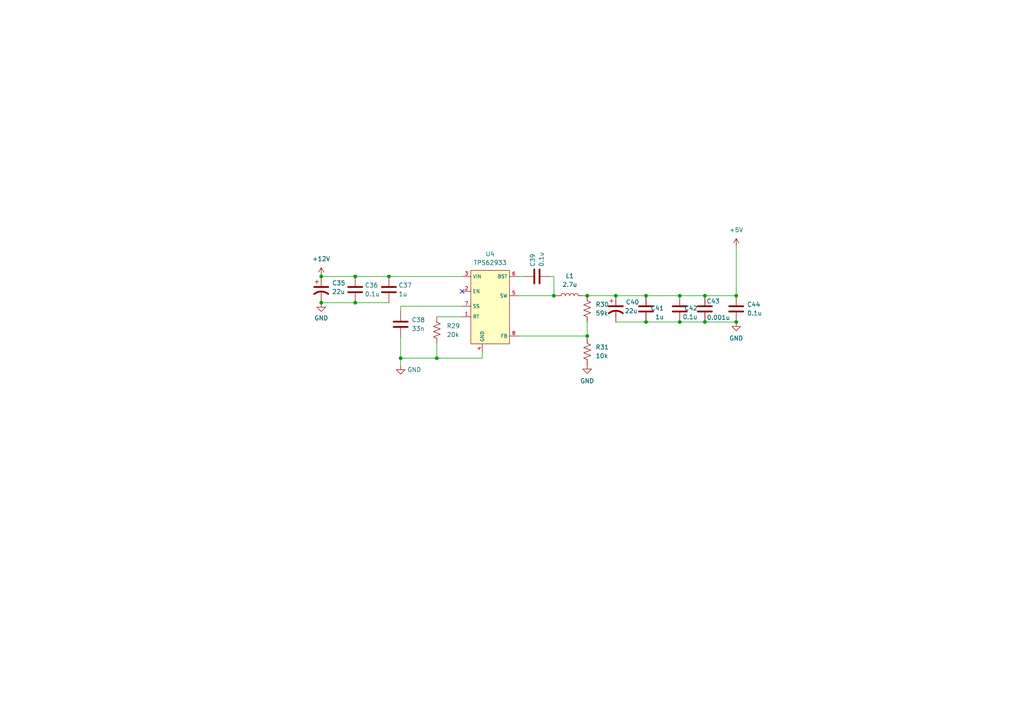
<source format=kicad_sch>
(kicad_sch (version 20230121) (generator eeschema)
  (paper "A4")
  (lib_symbols
    (symbol "Device:C" (pin_numbers hide) (pin_names (offset 0.254))
      (property "Reference" "C" (at 0.635 2.54 0))
      (property "Value" "C" (at 0.635 -2.54 0))
      (symbol "C_0_1"
        (polyline (pts (xy -2.032 -0.762) (xy 2.032 -0.762)) (stroke (width 0.508)))
        (polyline (pts (xy -2.032 0.762) (xy 2.032 0.762)) (stroke (width 0.508)))
      )
      (symbol "C_1_1"
        (pin passive line (at 0 3.81 270) (length 2.794) (name "~") (number "1"))
        (pin passive line (at 0 -3.81 90) (length 2.794) (name "~") (number "2"))
      )
    )
    (symbol "Device:C_Polarized_US" (pin_numbers hide) (pin_names (offset 0.254) hide)
      (property "Reference" "C" (at 0.635 2.54 0))
      (property "Value" "C_Polarized_US" (at 0.635 -2.54 0))
      (symbol "C_Polarized_US_0_1"
        (polyline (pts (xy -2.032 0.762) (xy 2.032 0.762)) (stroke (width 0.508)))
        (polyline (pts (xy -1.778 2.286) (xy -0.762 2.286)))
        (polyline (pts (xy -1.27 1.778) (xy -1.27 2.794)))
        (arc (start 2.032 -1.27) (mid 0 -0.5572) (end -2.032 -1.27) (stroke (width 0.508)))
      )
      (symbol "C_Polarized_US_1_1"
        (pin passive line (at 0 3.81 270) (length 2.794) (name "~") (number "1"))
        (pin passive line (at 0 -3.81 90) (length 3.302) (name "~") (number "2"))
      )
    )
    (symbol "Device:L" (pin_numbers hide) (pin_names (offset 1.016) hide)
      (property "Reference" "L" (at -1.27 0 90))
      (property "Value" "L" (at 1.905 0 90))
      (symbol "L_0_1"
        (arc (start 0 -2.54) (mid 0.6323 -1.905) (end 0 -1.27))
        (arc (start 0 -1.27) (mid 0.6323 -0.635) (end 0 0))
        (arc (start 0 0) (mid 0.6323 0.635) (end 0 1.27))
        (arc (start 0 1.27) (mid 0.6323 1.905) (end 0 2.54))
      )
      (symbol "L_1_1"
        (pin passive line (at 0 3.81 270) (length 1.27) (name "1") (number "1"))
        (pin passive line (at 0 -3.81 90) (length 1.27) (name "2") (number "2"))
      )
    )
    (symbol "Device:R_US" (pin_numbers hide) (pin_names (offset 0))
      (property "Reference" "R" (at 2.54 0 90))
      (property "Value" "R_US" (at -2.54 0 90))
      (symbol "R_US_0_1"
        (polyline (pts (xy 0 -2.286) (xy 0 -2.54)))
        (polyline (pts (xy 0 2.286) (xy 0 2.54)))
        (polyline (pts (xy 0 -0.762) (xy 1.016 -1.143) (xy 0 -1.524) (xy -1.016 -1.905) (xy 0 -2.286)))
        (polyline (pts (xy 0 0.762) (xy 1.016 0.381) (xy 0 0) (xy -1.016 -0.381) (xy 0 -0.762)))
        (polyline (pts (xy 0 2.286) (xy 1.016 1.905) (xy 0 1.524) (xy -1.016 1.143) (xy 0 0.762)))
      )
      (symbol "R_US_1_1"
        (pin passive line (at 0 3.81 270) (length 1.27) (name "~") (number "1"))
        (pin passive line (at 0 -3.81 90) (length 1.27) (name "~") (number "2"))
      )
    )
    (symbol "Power:TPS62933"
      (property "Reference" "U" (at 0.254 -16.51 0))
      (property "Value" "TPS62933" (at 0.254 -16.51 0))
      (symbol "TPS62933_0_0"
        (pin input line (at -8.636 -3.302 0) (length 2.54) (name "RT") (number "1"))
        (pin input line (at -8.636 4.064 0) (length 2.54) (name "EN") (number "2"))
        (pin power_in line (at -8.636 8.382 0) (length 2.54) (name "VIN") (number "3"))
        (pin power_in line (at -2.794 -13.716 90) (length 2.54) (name "GND") (number "4"))
        (pin output line (at 7.62 2.794 180) (length 2.54) (name "SW") (number "5"))
        (pin input line (at 7.62 8.382 180) (length 2.54) (name "BST") (number "6"))
        (pin passive line (at -8.636 -0.254 0) (length 2.54) (name "SS") (number "7"))
        (pin input line (at 7.62 -8.89 180) (length 2.54) (name "FB") (number "8"))
      )
      (symbol "TPS62933_0_1"
        (rectangle (start -6.096 10.16) (end 5.08 -11.176) (fill (type background)))
      )
    )
    (symbol "power:+12V" (power) (pin_names (offset 0))
      (property "Value" "+12V" (at 0 3.556 0))
      (symbol "+12V_0_1"
        (polyline (pts (xy -0.762 1.27) (xy 0 2.54)))
        (polyline (pts (xy 0 0) (xy 0 2.54)))
        (polyline (pts (xy 0 2.54) (xy 0.762 1.27)))
      )
      (symbol "+12V_1_1"
        (pin power_in line (at 0 0 90) (length 0) hide (name "+12V") (number "1"))
      )
    )
    (symbol "power:+5V" (power) (pin_names (offset 0))
      (property "Value" "+5V" (at 0 3.556 0))
      (symbol "+5V_0_1"
        (polyline (pts (xy -0.762 1.27) (xy 0 2.54)))
        (polyline (pts (xy 0 0) (xy 0 2.54)))
        (polyline (pts (xy 0 2.54) (xy 0.762 1.27)))
      )
      (symbol "+5V_1_1"
        (pin power_in line (at 0 0 90) (length 0) hide (name "+5V") (number "1"))
      )
    )
    (symbol "power:GND" (power) (pin_names (offset 0))
      (property "Value" "GND" (at 0 -3.81 0))
      (symbol "GND_0_1"
        (polyline (pts (xy 0 0) (xy 0 -1.27) (xy 1.27 -1.27) (xy 0 -2.54) (xy -1.27 -1.27) (xy 0 -1.27)))
      )
      (symbol "GND_1_1"
        (pin power_in line (at 0 0 270) (length 0) hide (name "GND") (number "1"))
      )
    )
  )
  (junction (at 93.1672 80.1878))
  (junction (at 116.205 103.886))
  (junction (at 178.6128 85.7758))
  (junction (at 197.1548 85.7758))
  (junction (at 93.1672 87.8078))
  (junction (at 213.5378 93.3958))
  (junction (at 126.6952 103.886))
  (junction (at 103.0224 80.1878))
  (junction (at 187.3758 85.7758))
  (junction (at 112.8014 80.1878))
  (junction (at 160.655 85.7758))
  (junction (at 213.5378 85.7758))
  (junction (at 170.307 85.7758))
  (junction (at 204.4446 93.3958))
  (junction (at 197.1548 93.3958))
  (junction (at 204.4446 85.7758))
  (junction (at 187.3758 93.3958))
  (junction (at 103.0224 87.8078))
  (junction (at 170.307 97.4598))
  (no_connect (at 134.0358 84.5058))
  (wire (pts (xy 178.6128 93.3958) (xy 187.3758 93.3958)))
  (wire (pts (xy 169.0624 85.7758) (xy 170.307 85.7758)))
  (wire (pts (xy 134.0358 88.8238) (xy 116.205 88.8238)))
  (wire (pts (xy 159.5374 80.1878) (xy 160.655 80.1878)))
  (wire (pts (xy 126.6952 103.886) (xy 139.8778 103.886)))
  (wire (pts (xy 170.307 93.3958) (xy 170.307 97.4598)))
  (wire (pts (xy 150.2918 85.7758) (xy 160.655 85.7758)))
  (wire (pts (xy 134.0358 91.8718) (xy 126.6952 91.8718)))
  (wire (pts (xy 204.4446 93.3958) (xy 213.5378 93.3958)))
  (wire (pts (xy 139.8778 102.2858) (xy 139.8778 103.886)))
  (wire (pts (xy 178.6128 85.7758) (xy 187.3758 85.7758)))
  (wire (pts (xy 187.3758 93.3958) (xy 197.1548 93.3958)))
  (wire (pts (xy 160.655 85.7758) (xy 160.655 80.1878)))
  (wire (pts (xy 126.6952 91.8718) (xy 126.6952 91.9988)))
  (wire (pts (xy 93.1672 80.1878) (xy 103.0224 80.1878)))
  (wire (pts (xy 150.2918 80.1878) (xy 151.9174 80.1878)))
  (wire (pts (xy 187.3758 85.7758) (xy 197.1548 85.7758)))
  (wire (pts (xy 204.4446 93.3958) (xy 197.1548 93.3958)))
  (wire (pts (xy 213.5378 71.755) (xy 213.5378 85.7758)))
  (wire (pts (xy 170.307 97.4598) (xy 170.307 98.1456)))
  (wire (pts (xy 116.205 103.886) (xy 126.6952 103.886)))
  (wire (pts (xy 93.1672 87.8078) (xy 103.0224 87.8078)))
  (wire (pts (xy 197.1548 85.7758) (xy 204.4446 85.7758)))
  (wire (pts (xy 116.205 88.8238) (xy 116.205 90.2462)))
  (wire (pts (xy 150.2918 97.4598) (xy 170.307 97.4598)))
  (wire (pts (xy 116.205 103.886) (xy 116.205 105.9688)))
  (wire (pts (xy 103.0224 87.8078) (xy 112.8014 87.8078)))
  (wire (pts (xy 160.655 85.7758) (xy 161.4424 85.7758)))
  (wire (pts (xy 116.205 97.8662) (xy 116.205 103.886)))
  (wire (pts (xy 112.8014 80.1878) (xy 134.0358 80.1878)))
  (wire (pts (xy 170.307 85.7758) (xy 178.6128 85.7758)))
  (wire (pts (xy 103.0224 80.1878) (xy 112.8014 80.1878)))
  (wire (pts (xy 213.5378 85.7758) (xy 204.4446 85.7758)))
  (wire (pts (xy 126.6952 99.6188) (xy 126.6952 103.886)))
  (symbol (lib_id "Device:R_US") (at 170.307 89.5858 0) (unit 1)
    (property "Reference" "R30" (at 172.72 88.3157 0) (effects (justify left)))
    (property "Value" "59k" (at 172.72 90.8557 0) (effects (justify left)))
  )
  (symbol (lib_id "Power:TPS62933") (at 142.6718 88.5698 0) (unit 1)
    (property "Reference" "U4" (at 142.1638 73.66 0))
    (property "Value" "TPS62933" (at 142.1638 76.2 0))
    (property "Datasheet" "https://www.ti.com/lit/ds/symlink/tps62933f.pdf" (effects hide))
  )
  (symbol (lib_id "Device:C") (at 187.3758 89.5858 0) (mirror y) (unit 1)
    (property "Reference" "C41" (at 192.5828 89.3826 0) (effects (justify left)))
    (property "Value" "1u" (at 192.5828 91.9226 0) (effects (justify left)))
  )
  (symbol (lib_id "power:+12V") (at 93.1672 80.1878 0) (unit 1)
    (property "Reference" "#PWR059" (effects hide))
    (property "Value" "+12V" (at 93.1672 75.0824 0))
  )
  (symbol (lib_id "Device:C") (at 213.5378 89.5858 0) (unit 1)
    (property "Reference" "C44" (at 216.662 88.3157 0) (effects (justify left)))
    (property "Value" "0.1u" (at 216.662 90.8557 0) (effects (justify left)))
  )
  (symbol (lib_id "Device:C") (at 197.1548 89.5858 0) (mirror y) (unit 1)
    (property "Reference" "C42" (at 202.3618 89.3826 0) (effects (justify left)))
    (property "Value" "0.1u" (at 202.3618 91.9226 0) (effects (justify left)))
  )
  (symbol (lib_id "Device:C") (at 155.7274 80.1878 90) (unit 1)
    (property "Reference" "C39" (at 154.4828 77.4192 0) (effects (justify left)))
    (property "Value" "0.1u" (at 157.0228 77.4192 0) (effects (justify left)))
  )
  (symbol (lib_id "Device:R_US") (at 170.307 101.9556 0) (unit 1)
    (property "Reference" "R31" (at 172.72 100.6855 0) (effects (justify left)))
    (property "Value" "10k" (at 172.72 103.2255 0) (effects (justify left)))
  )
  (symbol (lib_id "Device:C_Polarized_US") (at 93.1672 83.9978 0) (unit 1)
    (property "Reference" "C35" (at 96.2914 82.0927 0) (effects (justify left)))
    (property "Value" "22u" (at 96.2914 84.6327 0) (effects (justify left)))
  )
  (symbol (lib_id "power:GND") (at 116.205 105.9688 0) (unit 1)
    (property "Reference" "#PWR061" (effects hide))
    (property "Value" "GND" (at 118.11 107.2387 0) (effects (justify left)))
  )
  (symbol (lib_id "Device:R_US") (at 126.6952 95.8088 0) (unit 1)
    (property "Reference" "R29" (at 129.54 94.5387 0) (effects (justify left)))
    (property "Value" "20k" (at 129.54 97.0787 0) (effects (justify left)))
  )
  (symbol (lib_id "Device:C") (at 103.0224 83.9978 0) (unit 1)
    (property "Reference" "C36" (at 105.791 82.7532 0) (effects (justify left)))
    (property "Value" "0.1u" (at 105.791 85.2932 0) (effects (justify left)))
  )
  (symbol (lib_id "power:+5V") (at 213.5378 71.755 0) (unit 1)
    (property "Reference" "#PWR07" (effects hide))
    (property "Value" "+5V" (at 213.5378 66.675 0))
  )
  (symbol (lib_id "Device:L") (at 165.2524 85.7758 90) (unit 1)
    (property "Reference" "L1" (at 165.2524 80.01 90))
    (property "Value" "2.7u" (at 165.2524 82.55 90))
  )
  (symbol (lib_id "power:GND") (at 170.307 105.7656 0) (unit 1)
    (property "Reference" "#PWR062" (effects hide))
    (property "Value" "GND" (at 170.307 110.49 0))
  )
  (symbol (lib_id "power:GND") (at 213.5378 93.3958 0) (unit 1)
    (property "Reference" "#PWR063" (effects hide))
    (property "Value" "GND" (at 213.5378 98.1202 0))
  )
  (symbol (lib_id "Device:C") (at 204.4446 89.5858 0) (unit 1)
    (property "Reference" "C43" (at 204.9018 87.376 0) (effects (justify left)))
    (property "Value" "0.001u" (at 204.978 92.1004 0) (effects (justify left)))
  )
  (symbol (lib_id "Device:C_Polarized_US") (at 178.6128 89.5858 0) (unit 1)
    (property "Reference" "C40" (at 181.483 87.63 0) (effects (justify left)))
    (property "Value" "22u" (at 181.1782 90.17 0) (effects (justify left)))
  )
  (symbol (lib_id "power:GND") (at 93.1672 87.8078 0) (unit 1)
    (property "Reference" "#PWR060" (effects hide))
    (property "Value" "GND" (at 93.1672 92.2528 0))
  )
  (symbol (lib_id "Device:C") (at 116.205 94.0562 0) (unit 1)
    (property "Reference" "C38" (at 119.38 92.7861 0) (effects (justify left)))
    (property "Value" "33n" (at 119.38 95.3261 0) (effects (justify left)))
  )
  (symbol (lib_id "Device:C") (at 112.8014 83.9978 0) (unit 1)
    (property "Reference" "C37" (at 115.57 82.7532 0) (effects (justify left)))
    (property "Value" "1u" (at 115.57 85.2932 0) (effects (justify left)))
  )
)
</source>
